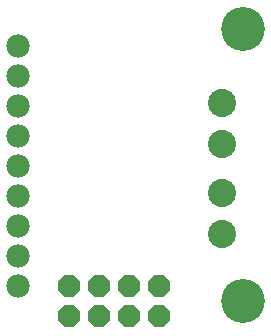
<source format=gbr>
G04 EAGLE Gerber RS-274X export*
G75*
%MOMM*%
%FSLAX34Y34*%
%LPD*%
%INSoldermask Bottom*%
%IPPOS*%
%AMOC8*
5,1,8,0,0,1.08239X$1,22.5*%
G01*
%ADD10C,3.719200*%
%ADD11C,1.981200*%
%ADD12C,2.387600*%
%ADD13P,2.034460X8X202.500000*%


D10*
X215900Y25400D03*
X215900Y255270D03*
D11*
X25400Y38100D03*
X25400Y63500D03*
X25400Y88900D03*
X25400Y114300D03*
X25400Y139700D03*
X25400Y165100D03*
X25400Y190500D03*
X25400Y215900D03*
X25400Y241300D03*
D12*
X198120Y193260D03*
X198120Y158260D03*
X198120Y117060D03*
X198120Y82060D03*
D13*
X144780Y38100D03*
X144780Y12700D03*
X119380Y38100D03*
X119380Y12700D03*
X93980Y38100D03*
X93980Y12700D03*
X68580Y38100D03*
X68580Y12700D03*
M02*

</source>
